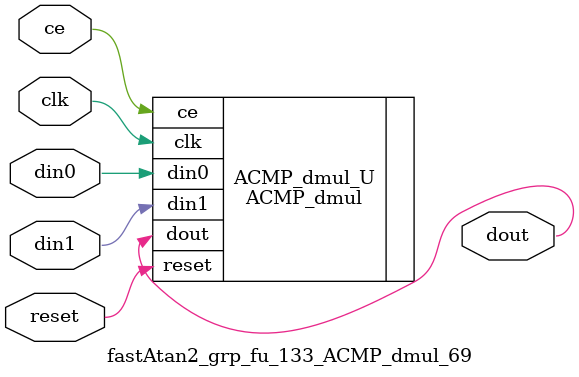
<source format=v>

`timescale 1 ns / 1 ps
module fastAtan2_grp_fu_133_ACMP_dmul_69(
    clk,
    reset,
    ce,
    din0,
    din1,
    dout);

parameter ID = 32'd1;
parameter NUM_STAGE = 32'd1;
parameter din0_WIDTH = 32'd1;
parameter din1_WIDTH = 32'd1;
parameter dout_WIDTH = 32'd1;
input clk;
input reset;
input ce;
input[din0_WIDTH - 1:0] din0;
input[din1_WIDTH - 1:0] din1;
output[dout_WIDTH - 1:0] dout;



ACMP_dmul #(
.ID( ID ),
.NUM_STAGE( 6 ),
.din0_WIDTH( din0_WIDTH ),
.din1_WIDTH( din1_WIDTH ),
.dout_WIDTH( dout_WIDTH ))
ACMP_dmul_U(
    .clk( clk ),
    .reset( reset ),
    .ce( ce ),
    .din0( din0 ),
    .din1( din1 ),
    .dout( dout ));

endmodule

</source>
